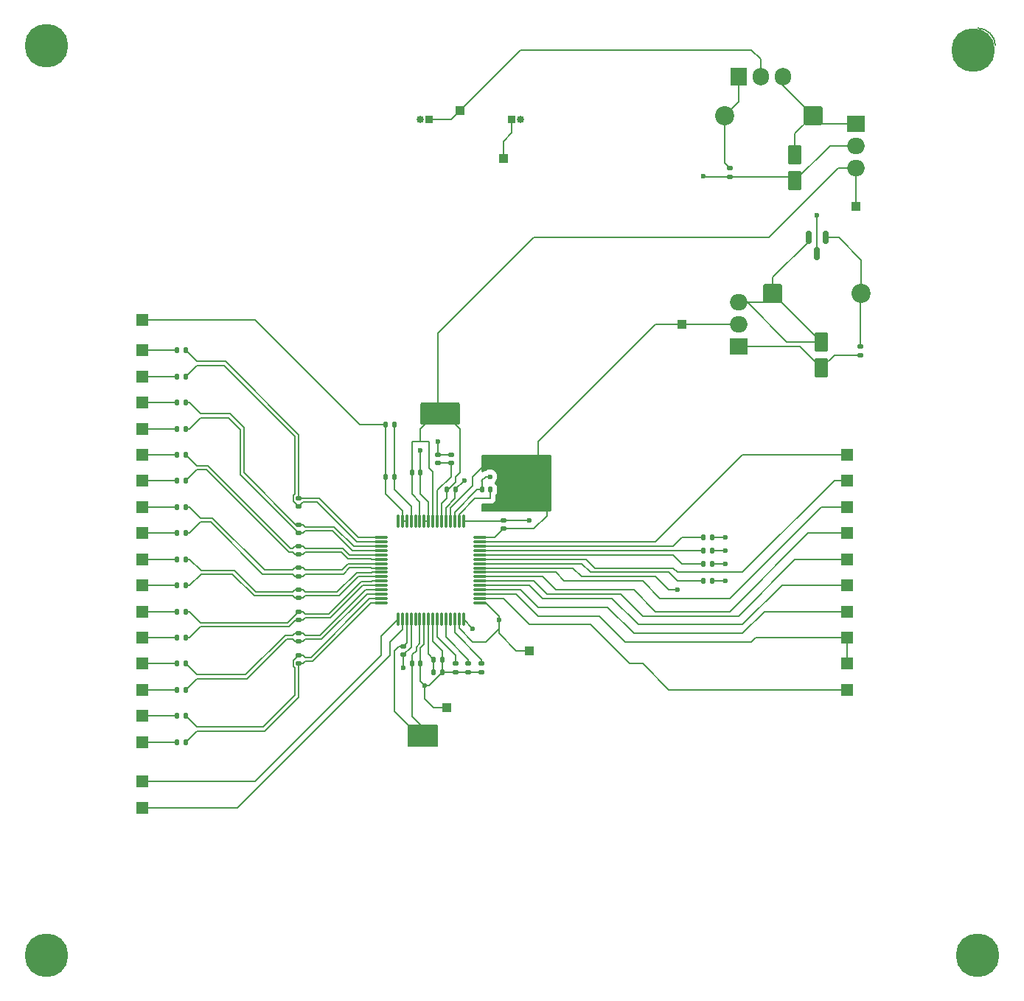
<source format=gbr>
%TF.GenerationSoftware,KiCad,Pcbnew,9.0.3*%
%TF.CreationDate,2025-11-05T19:32:31+02:00*%
%TF.ProjectId,PCB_Design,5043425f-4465-4736-9967-6e2e6b696361,rev?*%
%TF.SameCoordinates,Original*%
%TF.FileFunction,Copper,L1,Top*%
%TF.FilePolarity,Positive*%
%FSLAX46Y46*%
G04 Gerber Fmt 4.6, Leading zero omitted, Abs format (unit mm)*
G04 Created by KiCad (PCBNEW 9.0.3) date 2025-11-05 19:32:31*
%MOMM*%
%LPD*%
G01*
G04 APERTURE LIST*
G04 Aperture macros list*
%AMRoundRect*
0 Rectangle with rounded corners*
0 $1 Rounding radius*
0 $2 $3 $4 $5 $6 $7 $8 $9 X,Y pos of 4 corners*
0 Add a 4 corners polygon primitive as box body*
4,1,4,$2,$3,$4,$5,$6,$7,$8,$9,$2,$3,0*
0 Add four circle primitives for the rounded corners*
1,1,$1+$1,$2,$3*
1,1,$1+$1,$4,$5*
1,1,$1+$1,$6,$7*
1,1,$1+$1,$8,$9*
0 Add four rect primitives between the rounded corners*
20,1,$1+$1,$2,$3,$4,$5,0*
20,1,$1+$1,$4,$5,$6,$7,0*
20,1,$1+$1,$6,$7,$8,$9,0*
20,1,$1+$1,$8,$9,$2,$3,0*%
G04 Aperture macros list end*
%TA.AperFunction,NonConductor*%
%ADD10C,0.200000*%
%TD*%
%TA.AperFunction,ComponentPad*%
%ADD11R,1.350000X1.350000*%
%TD*%
%TA.AperFunction,SMDPad,CuDef*%
%ADD12R,1.000000X1.000000*%
%TD*%
%TA.AperFunction,SMDPad,CuDef*%
%ADD13RoundRect,0.135000X0.135000X0.185000X-0.135000X0.185000X-0.135000X-0.185000X0.135000X-0.185000X0*%
%TD*%
%TA.AperFunction,SMDPad,CuDef*%
%ADD14RoundRect,0.140000X-0.140000X-0.170000X0.140000X-0.170000X0.140000X0.170000X-0.140000X0.170000X0*%
%TD*%
%TA.AperFunction,SMDPad,CuDef*%
%ADD15RoundRect,0.135000X-0.135000X-0.185000X0.135000X-0.185000X0.135000X0.185000X-0.135000X0.185000X0*%
%TD*%
%TA.AperFunction,SMDPad,CuDef*%
%ADD16RoundRect,0.140000X0.170000X-0.140000X0.170000X0.140000X-0.170000X0.140000X-0.170000X-0.140000X0*%
%TD*%
%TA.AperFunction,SMDPad,CuDef*%
%ADD17RoundRect,0.140000X0.140000X0.170000X-0.140000X0.170000X-0.140000X-0.170000X0.140000X-0.170000X0*%
%TD*%
%TA.AperFunction,SMDPad,CuDef*%
%ADD18RoundRect,0.140000X-0.170000X0.140000X-0.170000X-0.140000X0.170000X-0.140000X0.170000X0.140000X0*%
%TD*%
%TA.AperFunction,SMDPad,CuDef*%
%ADD19RoundRect,0.150000X-0.150000X0.587500X-0.150000X-0.587500X0.150000X-0.587500X0.150000X0.587500X0*%
%TD*%
%TA.AperFunction,ComponentPad*%
%ADD20C,5.000000*%
%TD*%
%TA.AperFunction,SMDPad,CuDef*%
%ADD21RoundRect,0.135000X-0.185000X0.135000X-0.185000X-0.135000X0.185000X-0.135000X0.185000X0.135000X0*%
%TD*%
%TA.AperFunction,ComponentPad*%
%ADD22RoundRect,0.249999X-0.850001X-0.850001X0.850001X-0.850001X0.850001X0.850001X-0.850001X0.850001X0*%
%TD*%
%TA.AperFunction,ComponentPad*%
%ADD23C,2.200000*%
%TD*%
%TA.AperFunction,ComponentPad*%
%ADD24R,2.000000X1.905000*%
%TD*%
%TA.AperFunction,ComponentPad*%
%ADD25O,2.000000X1.905000*%
%TD*%
%TA.AperFunction,SMDPad,CuDef*%
%ADD26RoundRect,0.250000X0.550000X-0.850000X0.550000X0.850000X-0.550000X0.850000X-0.550000X-0.850000X0*%
%TD*%
%TA.AperFunction,ComponentPad*%
%ADD27RoundRect,0.249999X0.850001X0.850001X-0.850001X0.850001X-0.850001X-0.850001X0.850001X-0.850001X0*%
%TD*%
%TA.AperFunction,SMDPad,CuDef*%
%ADD28RoundRect,0.075000X-0.662500X-0.075000X0.662500X-0.075000X0.662500X0.075000X-0.662500X0.075000X0*%
%TD*%
%TA.AperFunction,SMDPad,CuDef*%
%ADD29RoundRect,0.075000X-0.075000X-0.662500X0.075000X-0.662500X0.075000X0.662500X-0.075000X0.662500X0*%
%TD*%
%TA.AperFunction,ComponentPad*%
%ADD30R,0.850000X0.850000*%
%TD*%
%TA.AperFunction,ComponentPad*%
%ADD31C,0.850000*%
%TD*%
%TA.AperFunction,ComponentPad*%
%ADD32R,1.905000X2.000000*%
%TD*%
%TA.AperFunction,ComponentPad*%
%ADD33O,1.905000X2.000000*%
%TD*%
%TA.AperFunction,ViaPad*%
%ADD34C,0.600000*%
%TD*%
%TA.AperFunction,Conductor*%
%ADD35C,0.200000*%
%TD*%
G04 APERTURE END LIST*
D10*
X177500000Y-79000000D02*
G75*
G02*
X179500000Y-81000000I0J-2000000D01*
G01*
X179500000Y-185500000D02*
G75*
G02*
X177500000Y-187500000I-2000000J0D01*
G01*
X68500000Y-81000000D02*
G75*
G02*
X70500000Y-79000000I2000000J0D01*
G01*
X70500000Y-187500000D02*
G75*
G02*
X68500000Y-185500000I0J2000000D01*
G01*
D11*
%TO.P,J5,1,Pin_1*%
%TO.N,Net-(J5-Pin_1)*%
X81500000Y-152000000D03*
%TD*%
%TO.P,J27,1,Pin_1*%
%TO.N,Net-(J27-Pin_1)*%
X81500000Y-131000000D03*
%TD*%
D12*
%TO.P,TP28,1,1*%
%TO.N,AVSS*%
X116500000Y-157000000D03*
%TD*%
D11*
%TO.P,J19,1,Pin_1*%
%TO.N,Net-(J19-Pin_1)*%
X81500000Y-149000000D03*
%TD*%
D13*
%TO.P,R5,1*%
%TO.N,BIAS_INV*%
X110510000Y-130500000D03*
%TO.P,R5,2*%
%TO.N,BIAS_OUT*%
X109490000Y-130500000D03*
%TD*%
D14*
%TO.P,C15,1*%
%TO.N,AVDD*%
X112520000Y-130000000D03*
%TO.P,C15,2*%
%TO.N,AVSS*%
X113480000Y-130000000D03*
%TD*%
D11*
%TO.P,J9,1,Pin_1*%
%TO.N,MOSI*%
X162500000Y-155000000D03*
%TD*%
%TO.P,J10,1,Pin_1*%
%TO.N,CSI*%
X162500000Y-137000000D03*
%TD*%
D15*
%TO.P,R14,1*%
%TO.N,Net-(J20-Pin_1)*%
X85500000Y-140000000D03*
%TO.P,R14,2*%
%TO.N,/IN-*%
X86520000Y-140000000D03*
%TD*%
D12*
%TO.P,TP2,1,1*%
%TO.N,DGND*%
X126000000Y-150500000D03*
%TD*%
D16*
%TO.P,C22,1*%
%TO.N,/IN+*%
X99500000Y-133960000D03*
%TO.P,C22,2*%
%TO.N,/IN-*%
X99500000Y-133000000D03*
%TD*%
D15*
%TO.P,R22,1*%
%TO.N,Net-(J29-Pin_1)*%
X85490000Y-125000000D03*
%TO.P,R22,2*%
%TO.N,/IN+*%
X86510000Y-125000000D03*
%TD*%
D11*
%TO.P,J31,1,Pin_1*%
%TO.N,Net-(J31-Pin_1)*%
X81500000Y-119000000D03*
%TD*%
D17*
%TO.P,C13,1*%
%TO.N,AVSS*%
X115980000Y-153000000D03*
%TO.P,C13,2*%
%TO.N,Net-(U1-VREFP)*%
X115020000Y-153000000D03*
%TD*%
D11*
%TO.P,J28,1,Pin_1*%
%TO.N,Net-(J28-Pin_1)*%
X81500000Y-122000000D03*
%TD*%
D16*
%TO.P,C10,1*%
%TO.N,AVSS*%
X117500000Y-152960000D03*
%TO.P,C10,2*%
%TO.N,Net-(U1-VCAP4)*%
X117500000Y-152000000D03*
%TD*%
D18*
%TO.P,C1,1*%
%TO.N,/IN-*%
X99500000Y-151000000D03*
%TO.P,C1,2*%
%TO.N,/IN+*%
X99500000Y-151960000D03*
%TD*%
D19*
%TO.P,Q2,1,G*%
%TO.N,Net-(D2-A)*%
X160000000Y-103040000D03*
%TO.P,Q2,2,S*%
%TO.N,Net-(D2-K)*%
X158100000Y-103040000D03*
%TO.P,Q2,3,D*%
%TO.N,+3.7V*%
X159050000Y-104915000D03*
%TD*%
D20*
%TO.P,REF\u002A\u002A,1*%
%TO.N,N/C*%
X177000000Y-81500000D03*
%TD*%
D11*
%TO.P,J26,1,Pin_1*%
%TO.N,Net-(J26-Pin_1)*%
X81500000Y-128000000D03*
%TD*%
D15*
%TO.P,R12,1*%
%TO.N,Net-(J18-Pin_1)*%
X85490000Y-146000000D03*
%TO.P,R12,2*%
%TO.N,/IN-*%
X86510000Y-146000000D03*
%TD*%
D11*
%TO.P,J8,1,Pin_1*%
%TO.N,SCLK*%
X162500000Y-134000000D03*
%TD*%
D17*
%TO.P,C5,1*%
%TO.N,AVSS*%
X113500000Y-152000000D03*
%TO.P,C5,2*%
%TO.N,/Regulator_5V*%
X112540000Y-152000000D03*
%TD*%
D11*
%TO.P,J15,1,Pin_1*%
%TO.N,DVDD*%
X162500000Y-152000000D03*
%TD*%
D12*
%TO.P,TP17,1,1*%
%TO.N,+7.5V*%
X118000000Y-88500000D03*
%TD*%
D15*
%TO.P,R3,1*%
%TO.N,Net-(U1-GPIO1)*%
X146000000Y-142500000D03*
%TO.P,R3,2*%
%TO.N,DGND*%
X147020000Y-142500000D03*
%TD*%
D16*
%TO.P,C4,1*%
%TO.N,/IN+*%
X99500000Y-146960000D03*
%TO.P,C4,2*%
%TO.N,/IN-*%
X99500000Y-146000000D03*
%TD*%
D21*
%TO.P,R7,1*%
%TO.N,Net-(D2-A)*%
X164000000Y-115520000D03*
%TO.P,R7,2*%
%TO.N,DGND*%
X164000000Y-116540000D03*
%TD*%
D20*
%TO.P,REF\u002A\u002A,1*%
%TO.N,N/C*%
X70500000Y-81000000D03*
%TD*%
D11*
%TO.P,J21,1,Pin_1*%
%TO.N,Net-(J21-Pin_1)*%
X81500000Y-143000000D03*
%TD*%
D15*
%TO.P,R1,1*%
%TO.N,Net-(U1-GPIO4)*%
X145970000Y-137500000D03*
%TO.P,R1,2*%
%TO.N,DGND*%
X146990000Y-137500000D03*
%TD*%
D11*
%TO.P,J22,1,Pin_1*%
%TO.N,Net-(J22-Pin_1)*%
X81500000Y-134000000D03*
%TD*%
D16*
%TO.P,C20,1*%
%TO.N,/IN+*%
X99500000Y-139440000D03*
%TO.P,C20,2*%
%TO.N,/IN-*%
X99500000Y-138480000D03*
%TD*%
%TO.P,C19,1*%
%TO.N,/IN+*%
X99500000Y-141940000D03*
%TO.P,C19,2*%
%TO.N,/IN-*%
X99500000Y-140980000D03*
%TD*%
D11*
%TO.P,J30,1,Pin_1*%
%TO.N,Net-(J30-Pin_1)*%
X81500000Y-116000000D03*
%TD*%
D17*
%TO.P,C16,1*%
%TO.N,/Regulator_3.3V*%
X121500000Y-132000000D03*
%TO.P,C16,2*%
%TO.N,DGND*%
X120540000Y-132000000D03*
%TD*%
D11*
%TO.P,J1,1,Pin_1*%
%TO.N,Net-(J1-Pin_1)*%
X81500000Y-161000000D03*
%TD*%
D22*
%TO.P,D2,1,K*%
%TO.N,Net-(D2-K)*%
X153970000Y-109477500D03*
D23*
%TO.P,D2,2,A*%
%TO.N,Net-(D2-A)*%
X164130000Y-109477500D03*
%TD*%
D21*
%TO.P,R6,1*%
%TO.N,Net-(D1-A)*%
X149000000Y-95040000D03*
%TO.P,R6,2*%
%TO.N,AVSS*%
X149000000Y-96060000D03*
%TD*%
D12*
%TO.P,TP1,1,1*%
%TO.N,+3.7V*%
X123000000Y-94000000D03*
%TD*%
D24*
%TO.P,U3,1,GND*%
%TO.N,DGND*%
X150000000Y-115580000D03*
D25*
%TO.P,U3,2,VO*%
%TO.N,DVDD*%
X150000000Y-113040000D03*
%TO.P,U3,3,VI*%
%TO.N,Net-(D2-K)*%
X150000000Y-110500000D03*
%TD*%
D15*
%TO.P,R13,1*%
%TO.N,Net-(J19-Pin_1)*%
X85490000Y-149000000D03*
%TO.P,R13,2*%
%TO.N,/IN+*%
X86510000Y-149000000D03*
%TD*%
%TO.P,R4,1*%
%TO.N,Net-(U1-GPIO3)*%
X145980000Y-139000000D03*
%TO.P,R4,2*%
%TO.N,DGND*%
X147000000Y-139000000D03*
%TD*%
D26*
%TO.P,C17,1*%
%TO.N,AVSS*%
X156500000Y-96540000D03*
%TO.P,C17,2*%
%TO.N,Net-(D1-K)*%
X156500000Y-93540000D03*
%TD*%
D16*
%TO.P,C7,1*%
%TO.N,AVSS*%
X119000000Y-152960000D03*
%TO.P,C7,2*%
%TO.N,Net-(U1-VCAP1)*%
X119000000Y-152000000D03*
%TD*%
D20*
%TO.P,REF\u002A\u002A,1*%
%TO.N,N/C*%
X177500000Y-185500000D03*
%TD*%
D12*
%TO.P,TP20,1,1*%
%TO.N,DVDD*%
X143500000Y-113000000D03*
%TD*%
D26*
%TO.P,C18,1*%
%TO.N,DGND*%
X159500000Y-118040000D03*
%TO.P,C18,2*%
%TO.N,Net-(D2-K)*%
X159500000Y-115040000D03*
%TD*%
D16*
%TO.P,C8,1*%
%TO.N,AVSS*%
X120500000Y-152960000D03*
%TO.P,C8,2*%
%TO.N,Net-(U1-VCAP2)*%
X120500000Y-152000000D03*
%TD*%
%TO.P,C21,1*%
%TO.N,/IN+*%
X99500000Y-136980000D03*
%TO.P,C21,2*%
%TO.N,/IN-*%
X99500000Y-136020000D03*
%TD*%
D11*
%TO.P,J17,1,Pin_1*%
%TO.N,Net-(J17-Pin_1)*%
X81500000Y-155000000D03*
%TD*%
D15*
%TO.P,R18,1*%
%TO.N,Net-(J28-Pin_1)*%
X85490000Y-122000000D03*
%TO.P,R18,2*%
%TO.N,/IN-*%
X86510000Y-122000000D03*
%TD*%
D18*
%TO.P,C4,1*%
%TO.N,DGND*%
X123000000Y-135520000D03*
%TO.P,C4,2*%
%TO.N,DVDD*%
X123000000Y-136480000D03*
%TD*%
D11*
%TO.P,J7,1,Pin_1*%
%TO.N,SRB1*%
X81500000Y-165500000D03*
%TD*%
D15*
%TO.P,R20,1*%
%TO.N,Net-(J25-Pin_1)*%
X85490000Y-137000000D03*
%TO.P,R20,2*%
%TO.N,/IN+*%
X86510000Y-137000000D03*
%TD*%
D11*
%TO.P,J12,1,Pin_1*%
%TO.N,CLK*%
X162500000Y-143000000D03*
%TD*%
D16*
%TO.P,C2,1*%
%TO.N,/IN+*%
X99500000Y-149460000D03*
%TO.P,C2,2*%
%TO.N,/IN-*%
X99500000Y-148500000D03*
%TD*%
D11*
%TO.P,J24,1,Pin_1*%
%TO.N,Net-(J24-Pin_1)*%
X81500000Y-158000000D03*
%TD*%
D15*
%TO.P,R17,1*%
%TO.N,Net-(J26-Pin_1)*%
X85480000Y-128000000D03*
%TO.P,R17,2*%
%TO.N,/IN-*%
X86500000Y-128000000D03*
%TD*%
D27*
%TO.P,D1,1,K*%
%TO.N,Net-(D1-K)*%
X158580000Y-89040000D03*
D23*
%TO.P,D1,2,A*%
%TO.N,Net-(D1-A)*%
X148420000Y-89040000D03*
%TD*%
D20*
%TO.P,REF\u002A\u002A,1*%
%TO.N,N/C*%
X70500000Y-185500000D03*
%TD*%
D11*
%TO.P,J16,1,Pin_1*%
%TO.N,RESET*%
X162500000Y-146000000D03*
%TD*%
D18*
%TO.P,C9,1*%
%TO.N,AVSS*%
X115500000Y-128000000D03*
%TO.P,C9,2*%
%TO.N,Net-(U1-VCAP3)*%
X115500000Y-128960000D03*
%TD*%
%TO.P,C3,1*%
%TO.N,/Regulator_5V*%
X111500000Y-150020000D03*
%TO.P,C3,2*%
%TO.N,AVSS*%
X111500000Y-150980000D03*
%TD*%
D11*
%TO.P,J13,1,Pin_1*%
%TO.N,DVDD*%
X162500000Y-149000000D03*
%TD*%
D15*
%TO.P,R16,1*%
%TO.N,Net-(J22-Pin_1)*%
X85490000Y-134000000D03*
%TO.P,R16,2*%
%TO.N,/IN-*%
X86510000Y-134000000D03*
%TD*%
D11*
%TO.P,J29,1,Pin_1*%
%TO.N,Net-(J29-Pin_1)*%
X81500000Y-125000000D03*
%TD*%
D12*
%TO.P,TP19,1,1*%
%TO.N,AVDD*%
X163500000Y-99500000D03*
%TD*%
D11*
%TO.P,J4,1,Pin_1*%
%TO.N,BIAS_OUT*%
X81500000Y-112500000D03*
%TD*%
D14*
%TO.P,C2,1*%
%TO.N,AVDD*%
X116540000Y-132000000D03*
%TO.P,C2,2*%
%TO.N,AVSS*%
X117500000Y-132000000D03*
%TD*%
D11*
%TO.P,J6,1,Pin_1*%
%TO.N,SRB2*%
X81500000Y-168550000D03*
%TD*%
%TO.P,J14,1,Pin_1*%
%TO.N,DRDY*%
X162500000Y-128000000D03*
%TD*%
D15*
%TO.P,R11,1*%
%TO.N,Net-(J17-Pin_1)*%
X85480000Y-155000000D03*
%TO.P,R11,2*%
%TO.N,/IN+*%
X86500000Y-155000000D03*
%TD*%
D28*
%TO.P,U1,1,IN8N*%
%TO.N,/IN-*%
X109000000Y-137500000D03*
%TO.P,U1,2,IN8P*%
%TO.N,/IN+*%
X109000000Y-138000000D03*
%TO.P,U1,3,IN7N*%
%TO.N,/IN-*%
X109000000Y-138500000D03*
%TO.P,U1,4,IN7P*%
%TO.N,/IN+*%
X109000000Y-139000000D03*
%TO.P,U1,5,IN6N*%
%TO.N,/IN-*%
X109000000Y-139500000D03*
%TO.P,U1,6,IN6P*%
%TO.N,/IN+*%
X109000000Y-140000000D03*
%TO.P,U1,7,IN5N*%
%TO.N,/IN-*%
X109000000Y-140500000D03*
%TO.P,U1,8,IN5P*%
%TO.N,/IN+*%
X109000000Y-141000000D03*
%TO.P,U1,9,IN4N*%
%TO.N,/IN-*%
X109000000Y-141500000D03*
%TO.P,U1,10,IN4P*%
%TO.N,/IN+*%
X109000000Y-142000000D03*
%TO.P,U1,11,IN3N*%
%TO.N,/IN-*%
X109000000Y-142500000D03*
%TO.P,U1,12,IN3P*%
%TO.N,/IN+*%
X109000000Y-143000000D03*
%TO.P,U1,13,IN2N*%
%TO.N,/IN-*%
X109000000Y-143500000D03*
%TO.P,U1,14,IN2P*%
%TO.N,/IN+*%
X109000000Y-144000000D03*
%TO.P,U1,15,IN1N*%
%TO.N,/IN-*%
X109000000Y-144500000D03*
%TO.P,U1,16,IN1P*%
%TO.N,/IN+*%
X109000000Y-145000000D03*
D29*
%TO.P,U1,17,SRB1*%
%TO.N,SRB1*%
X110912500Y-146912500D03*
%TO.P,U1,18,SRB2*%
%TO.N,SRB2*%
X111412500Y-146912500D03*
%TO.P,U1,19,AVDD*%
%TO.N,Net-(U1-AVDD-Pad19)*%
X111912500Y-146912500D03*
%TO.P,U1,20,AVSS*%
%TO.N,AVSS*%
X112412500Y-146912500D03*
%TO.P,U1,21,AVDD*%
%TO.N,Net-(U1-AVDD-Pad19)*%
X112912500Y-146912500D03*
%TO.P,U1,22,AVDD*%
X113412500Y-146912500D03*
%TO.P,U1,23,AVSS*%
%TO.N,AVSS*%
X113912500Y-146912500D03*
%TO.P,U1,24,VREFP*%
%TO.N,Net-(U1-VREFP)*%
X114412500Y-146912500D03*
%TO.P,U1,25,VREFN*%
%TO.N,AVSS*%
X114912500Y-146912500D03*
%TO.P,U1,26,VCAP4*%
%TO.N,Net-(U1-VCAP4)*%
X115412500Y-146912500D03*
%TO.P,U1,27,NC*%
%TO.N,unconnected-(U1-NC-Pad27)*%
X115912500Y-146912500D03*
%TO.P,U1,28,VCAP1*%
%TO.N,Net-(U1-VCAP1)*%
X116412500Y-146912500D03*
%TO.P,U1,29,NC*%
%TO.N,unconnected-(U1-NC-Pad29)*%
X116912500Y-146912500D03*
%TO.P,U1,30,VCAP2*%
%TO.N,Net-(U1-VCAP2)*%
X117412500Y-146912500D03*
%TO.P,U1,31,RESV1*%
%TO.N,DGND*%
X117912500Y-146912500D03*
%TO.P,U1,32,AVSS*%
%TO.N,AVSS*%
X118412500Y-146912500D03*
D28*
%TO.P,U1,33,DGND*%
%TO.N,DGND*%
X120325000Y-145000000D03*
%TO.P,U1,34,DIN*%
%TO.N,MOSI*%
X120325000Y-144500000D03*
%TO.P,U1,35,~{PWDN}*%
%TO.N,DVDD*%
X120325000Y-144000000D03*
%TO.P,U1,36,~{RESET}*%
%TO.N,RESET*%
X120325000Y-143500000D03*
%TO.P,U1,37,CLK*%
%TO.N,CLK*%
X120325000Y-143000000D03*
%TO.P,U1,38,START*%
%TO.N,START*%
X120325000Y-142500000D03*
%TO.P,U1,39,~{CS}*%
%TO.N,CSI*%
X120325000Y-142000000D03*
%TO.P,U1,40,SCLK*%
%TO.N,SCLK*%
X120325000Y-141500000D03*
%TO.P,U1,41,DAISY_IN*%
%TO.N,DGND*%
X120325000Y-141000000D03*
%TO.P,U1,42,GPIO1*%
%TO.N,Net-(U1-GPIO1)*%
X120325000Y-140500000D03*
%TO.P,U1,43,DOUT*%
%TO.N,MISO*%
X120325000Y-140000000D03*
%TO.P,U1,44,GPIO2*%
%TO.N,Net-(U1-GPIO2)*%
X120325000Y-139500000D03*
%TO.P,U1,45,GPIO3*%
%TO.N,Net-(U1-GPIO3)*%
X120325000Y-139000000D03*
%TO.P,U1,46,GPIO4*%
%TO.N,Net-(U1-GPIO4)*%
X120325000Y-138500000D03*
%TO.P,U1,47,~{DRDY}*%
%TO.N,DRDY*%
X120325000Y-138000000D03*
%TO.P,U1,48,DVDD*%
%TO.N,/Regulator_3.3V*%
X120325000Y-137500000D03*
D29*
%TO.P,U1,49,DGND*%
%TO.N,DGND*%
X118412500Y-135587500D03*
%TO.P,U1,50,DVDD*%
%TO.N,/Regulator_3.3V*%
X117912500Y-135587500D03*
%TO.P,U1,51,DGND*%
%TO.N,DGND*%
X117412500Y-135587500D03*
%TO.P,U1,52,CLKSEL*%
%TO.N,DVDD*%
X116912500Y-135587500D03*
%TO.P,U1,53,AVSS1*%
%TO.N,AVSS*%
X116412500Y-135587500D03*
%TO.P,U1,54,AVDD1*%
%TO.N,unconnected-(U1-AVDD1-Pad54)*%
X115912500Y-135587500D03*
%TO.P,U1,55,VCAP3*%
%TO.N,Net-(U1-VCAP3)*%
X115412500Y-135587500D03*
%TO.P,U1,56,AVDD*%
%TO.N,Net-(U1-AVDD-Pad19)*%
X114912500Y-135587500D03*
%TO.P,U1,57,AVSS*%
%TO.N,AVSS*%
X114412500Y-135587500D03*
%TO.P,U1,58,AVSS*%
X113912500Y-135587500D03*
%TO.P,U1,59,AVDD*%
%TO.N,Net-(U1-AVDD-Pad19)*%
X113412500Y-135587500D03*
%TO.P,U1,60,BIASREF*%
%TO.N,AGND*%
X112912500Y-135587500D03*
%TO.P,U1,61,BIASINV*%
%TO.N,BIAS_INV*%
X112412500Y-135587500D03*
%TO.P,U1,62,BIASIN*%
%TO.N,BIAS_OUT*%
X111912500Y-135587500D03*
%TO.P,U1,63,BIASOUT*%
X111412500Y-135587500D03*
%TO.P,U1,64,RESERVED*%
%TO.N,AGND*%
X110912500Y-135587500D03*
%TD*%
D11*
%TO.P,J23,1,Pin_1*%
%TO.N,START*%
X162500000Y-140000000D03*
%TD*%
D15*
%TO.P,R8,1*%
%TO.N,Net-(J1-Pin_1)*%
X85490000Y-161000000D03*
%TO.P,R8,2*%
%TO.N,/IN+*%
X86510000Y-161000000D03*
%TD*%
%TO.P,R10,1*%
%TO.N,Net-(J5-Pin_1)*%
X85500000Y-152000000D03*
%TO.P,R10,2*%
%TO.N,/IN-*%
X86520000Y-152000000D03*
%TD*%
D14*
%TO.P,C14,1*%
%TO.N,Net-(U1-VREFP)*%
X115020000Y-151500000D03*
%TO.P,C14,2*%
%TO.N,AVSS*%
X115980000Y-151500000D03*
%TD*%
D15*
%TO.P,R21,1*%
%TO.N,Net-(J27-Pin_1)*%
X85490000Y-131000000D03*
%TO.P,R21,2*%
%TO.N,/IN+*%
X86510000Y-131000000D03*
%TD*%
D30*
%TO.P,J3,1,Pin_1*%
%TO.N,+7.5V*%
X114500000Y-89500000D03*
D31*
%TO.P,J3,2,Pin_2*%
%TO.N,AVSS*%
X113500000Y-89500000D03*
%TD*%
D11*
%TO.P,J20,1,Pin_1*%
%TO.N,Net-(J20-Pin_1)*%
X81500000Y-140000000D03*
%TD*%
D16*
%TO.P,C11,1*%
%TO.N,Net-(U1-VCAP3)*%
X117000000Y-128960000D03*
%TO.P,C11,2*%
%TO.N,AVSS*%
X117000000Y-128000000D03*
%TD*%
D17*
%TO.P,C12,1*%
%TO.N,BIAS_INV*%
X110480000Y-124500000D03*
%TO.P,C12,2*%
%TO.N,BIAS_OUT*%
X109520000Y-124500000D03*
%TD*%
D30*
%TO.P,J2,1,Pin_1*%
%TO.N,+3.7V*%
X124000000Y-89500000D03*
D31*
%TO.P,J2,2,Pin_2*%
%TO.N,DGND*%
X125000000Y-89500000D03*
%TD*%
D16*
%TO.P,C15,1*%
%TO.N,/IN+*%
X99500000Y-144460000D03*
%TO.P,C15,2*%
%TO.N,/IN-*%
X99500000Y-143500000D03*
%TD*%
D11*
%TO.P,J25,1,Pin_1*%
%TO.N,Net-(J25-Pin_1)*%
X81500000Y-137000000D03*
%TD*%
D24*
%TO.P,U2,1,VI*%
%TO.N,Net-(D1-K)*%
X163500000Y-89960000D03*
D25*
%TO.P,U2,2,GND*%
%TO.N,AVSS*%
X163500000Y-92500000D03*
%TO.P,U2,3,VO*%
%TO.N,AVDD*%
X163500000Y-95040000D03*
%TD*%
D15*
%TO.P,R2,1*%
%TO.N,Net-(U1-GPIO2)*%
X145990000Y-140500000D03*
%TO.P,R2,2*%
%TO.N,DGND*%
X147010000Y-140500000D03*
%TD*%
D11*
%TO.P,J18,1,Pin_1*%
%TO.N,Net-(J18-Pin_1)*%
X81500000Y-146000000D03*
%TD*%
D32*
%TO.P,Q1,1,G*%
%TO.N,Net-(D1-A)*%
X150000000Y-84540000D03*
D33*
%TO.P,Q1,2,D*%
%TO.N,+7.5V*%
X152540000Y-84540000D03*
%TO.P,Q1,3,S*%
%TO.N,Net-(D1-K)*%
X155080000Y-84540000D03*
%TD*%
D15*
%TO.P,R15,1*%
%TO.N,Net-(J21-Pin_1)*%
X85500000Y-143000000D03*
%TO.P,R15,2*%
%TO.N,/IN+*%
X86520000Y-143000000D03*
%TD*%
%TO.P,R23,1*%
%TO.N,Net-(J31-Pin_1)*%
X85490000Y-119000000D03*
%TO.P,R23,2*%
%TO.N,/IN+*%
X86510000Y-119000000D03*
%TD*%
%TO.P,R19,1*%
%TO.N,Net-(J30-Pin_1)*%
X85480000Y-116000000D03*
%TO.P,R19,2*%
%TO.N,/IN-*%
X86500000Y-116000000D03*
%TD*%
D11*
%TO.P,J11,1,Pin_1*%
%TO.N,MISO*%
X162500000Y-131000000D03*
%TD*%
D15*
%TO.P,R9,1*%
%TO.N,Net-(J24-Pin_1)*%
X85510000Y-158000000D03*
%TO.P,R9,2*%
%TO.N,/IN-*%
X86530000Y-158000000D03*
%TD*%
D34*
%TO.N,AVDD*%
X117000000Y-122500000D03*
X115000000Y-161000000D03*
%TO.N,AVSS*%
X113500000Y-127500000D03*
X146000000Y-96000000D03*
X119500000Y-148000000D03*
X118500000Y-131000000D03*
X115500000Y-126500000D03*
X114000000Y-154500000D03*
X111500000Y-152500000D03*
%TO.N,DGND*%
X121500000Y-130500000D03*
X148500000Y-137500000D03*
X143000000Y-143500000D03*
X148500000Y-139000000D03*
X122500000Y-147000000D03*
X148500000Y-142500000D03*
X148500000Y-140500000D03*
X126000000Y-135500000D03*
%TO.N,+3.7V*%
X159000000Y-100500000D03*
%TD*%
D35*
%TO.N,DVDD*%
X116912500Y-134134600D02*
X118047100Y-133000000D01*
X126520000Y-136480000D02*
X128000000Y-135000000D01*
X150000000Y-113040000D02*
X140460000Y-113040000D01*
X118047100Y-133000000D02*
X119500000Y-131547100D01*
X137000000Y-149500000D02*
X151500000Y-149500000D01*
X121000000Y-129000000D02*
X126000000Y-129000000D01*
X120325000Y-144000000D02*
X124500000Y-144000000D01*
X134000000Y-146500000D02*
X137000000Y-149500000D01*
X119500000Y-131000000D02*
X119500000Y-130500000D01*
X140460000Y-113040000D02*
X132500000Y-121000000D01*
X127000000Y-146500000D02*
X134000000Y-146500000D01*
X124500000Y-144000000D02*
X127000000Y-146500000D01*
X151500000Y-149500000D02*
X152000000Y-149000000D01*
X162500000Y-149000000D02*
X162500000Y-152000000D01*
X123000000Y-136480000D02*
X126520000Y-136480000D01*
X120750000Y-129250000D02*
X121000000Y-129000000D01*
X132500000Y-121000000D02*
X127000000Y-126500000D01*
X152000000Y-149000000D02*
X162500000Y-149000000D01*
X127000000Y-126500000D02*
X127000000Y-129000000D01*
X116912500Y-135587500D02*
X116912500Y-134134600D01*
X119500000Y-130500000D02*
X120750000Y-129250000D01*
X121980000Y-137500000D02*
X123000000Y-136480000D01*
X128000000Y-135000000D02*
X128000000Y-132500000D01*
X120325000Y-137500000D02*
X121980000Y-137500000D01*
X119500000Y-131547100D02*
X119500000Y-131000000D01*
%TO.N,AVDD*%
X126500000Y-103000000D02*
X115500000Y-114000000D01*
X118000000Y-130000000D02*
X118000000Y-125000000D01*
X112540000Y-150960000D02*
X113000000Y-150500000D01*
X112520000Y-132480000D02*
X112520000Y-130000000D01*
X116520000Y-133000000D02*
X116520000Y-132130057D01*
X114912500Y-135587500D02*
X114912500Y-129912500D01*
X112540000Y-158040000D02*
X113750000Y-159250000D01*
X163500000Y-95040000D02*
X161460000Y-95040000D01*
X110500000Y-157500000D02*
X113000000Y-160000000D01*
X114500000Y-126500000D02*
X113500000Y-126500000D01*
X114912500Y-129912500D02*
X114500000Y-129500000D01*
X116520000Y-132130057D02*
X117500000Y-131150057D01*
X161460000Y-95040000D02*
X153500000Y-103000000D01*
X113000000Y-150087500D02*
X113412500Y-149675000D01*
X113412500Y-135587500D02*
X113412500Y-133412500D01*
X136000000Y-103000000D02*
X126500000Y-103000000D01*
X163500000Y-95040000D02*
X163500000Y-99500000D01*
X113500000Y-126500000D02*
X112500000Y-126500000D01*
X112540000Y-150960000D02*
X112540000Y-152000000D01*
X114500000Y-129500000D02*
X114500000Y-126500000D01*
X117500000Y-131150057D02*
X117500000Y-130500000D01*
X112540000Y-152000000D02*
X112540000Y-158040000D01*
X113000000Y-150500000D02*
X113000000Y-150087500D01*
X113500000Y-126500000D02*
X113500000Y-125000000D01*
X112500000Y-132500000D02*
X112520000Y-132480000D01*
X115500000Y-114000000D02*
X115500000Y-123000000D01*
X116520000Y-133000000D02*
X115912500Y-133607500D01*
X112520000Y-126520000D02*
X112520000Y-130000000D01*
X112500000Y-126500000D02*
X112520000Y-126520000D01*
X117500000Y-130500000D02*
X118000000Y-130000000D01*
X115912500Y-133607500D02*
X115912500Y-135587500D01*
X153500000Y-103000000D02*
X136000000Y-103000000D01*
X113412500Y-149675000D02*
X113412500Y-146912500D01*
X113412500Y-133412500D02*
X112500000Y-132500000D01*
X118000000Y-125000000D02*
X117000000Y-124000000D01*
X113500000Y-125000000D02*
X114500000Y-124000000D01*
%TO.N,/Regulator_5V*%
X111500000Y-150020000D02*
X110980000Y-150020000D01*
X111912500Y-149607500D02*
X111912500Y-146912500D01*
X110500000Y-150500000D02*
X110500000Y-154000000D01*
X111500000Y-150020000D02*
X111912500Y-149607500D01*
X110980000Y-150020000D02*
X110500000Y-150500000D01*
X110500000Y-154000000D02*
X110500000Y-157500000D01*
%TO.N,AVSS*%
X115980000Y-151500000D02*
X115980000Y-150480000D01*
X115980000Y-153000000D02*
X117460000Y-153000000D01*
X113500000Y-150154600D02*
X113912500Y-149742100D01*
X114412500Y-133412500D02*
X113500000Y-132500000D01*
X115980000Y-150480000D02*
X114912500Y-149412500D01*
X116412500Y-134067500D02*
X116412500Y-135587500D01*
X114000000Y-156000000D02*
X115000000Y-157000000D01*
X113912500Y-149742100D02*
X113912500Y-146912500D01*
X117500000Y-152960000D02*
X119000000Y-152960000D01*
X115980000Y-153000000D02*
X114480000Y-154500000D01*
X113500000Y-154000000D02*
X114000000Y-154500000D01*
X114912500Y-149412500D02*
X114912500Y-146912500D01*
X115500000Y-128000000D02*
X115500000Y-126500000D01*
X113500000Y-152000000D02*
X113500000Y-150154600D01*
X111500000Y-150980000D02*
X111500000Y-152500000D01*
X117480000Y-133000000D02*
X116412500Y-134067500D01*
X149010000Y-96050000D02*
X149000000Y-96060000D01*
X118412500Y-146912500D02*
X119500000Y-148000000D01*
X115000000Y-157000000D02*
X116500000Y-157000000D01*
X114000000Y-154500000D02*
X114000000Y-156000000D01*
X163500000Y-92500000D02*
X160540000Y-92500000D01*
X112461500Y-146961500D02*
X112412500Y-146912500D01*
X149000000Y-96060000D02*
X156020000Y-96060000D01*
X113500000Y-152000000D02*
X113500000Y-154000000D01*
X113480000Y-131480000D02*
X113480000Y-130000000D01*
X113912500Y-135587500D02*
X114412500Y-135587500D01*
X113480000Y-130000000D02*
X113480000Y-127520000D01*
X118500000Y-131000000D02*
X117480000Y-132020000D01*
X160540000Y-92500000D02*
X156500000Y-96540000D01*
X149000000Y-96060000D02*
X146060000Y-96060000D01*
X111500000Y-150980000D02*
X112412500Y-150067500D01*
X112412500Y-150067500D02*
X112412500Y-146912500D01*
X114480000Y-154500000D02*
X114000000Y-154500000D01*
X113500000Y-132500000D02*
X113500000Y-131500000D01*
X156490000Y-96550000D02*
X156500000Y-96540000D01*
X146060000Y-96060000D02*
X146000000Y-96000000D01*
X117480000Y-132020000D02*
X117480000Y-133000000D01*
X113480000Y-127520000D02*
X113500000Y-127500000D01*
X156020000Y-96060000D02*
X156500000Y-96540000D01*
X119000000Y-152960000D02*
X120500000Y-152960000D01*
X115980000Y-151500000D02*
X115980000Y-153000000D01*
X113500000Y-131500000D02*
X113480000Y-131480000D01*
X114412500Y-135587500D02*
X114412500Y-133412500D01*
X117000000Y-128000000D02*
X115500000Y-128000000D01*
X117460000Y-153000000D02*
X117500000Y-152960000D01*
%TO.N,Net-(U1-VCAP1)*%
X119000000Y-152000000D02*
X119000000Y-151500000D01*
X116412500Y-148912500D02*
X116412500Y-146912500D01*
X119000000Y-151500000D02*
X116412500Y-148912500D01*
%TO.N,Net-(U1-VCAP2)*%
X120500000Y-151500000D02*
X117412500Y-148412500D01*
X117412500Y-148412500D02*
X117412500Y-146912500D01*
X120500000Y-152000000D02*
X120500000Y-151500000D01*
%TO.N,Net-(U1-VCAP3)*%
X115500000Y-128960000D02*
X117000000Y-128960000D01*
X115500000Y-128960000D02*
X115412500Y-129047500D01*
X115412500Y-132087500D02*
X117000000Y-130500000D01*
X117000000Y-130500000D02*
X117000000Y-128960000D01*
X115412500Y-135587500D02*
X115412500Y-132087500D01*
%TO.N,Net-(U1-VCAP4)*%
X115412500Y-148912500D02*
X115412500Y-146912500D01*
X117500000Y-152000000D02*
X117500000Y-151000000D01*
X117500000Y-151000000D02*
X115412500Y-148912500D01*
X115460000Y-146960000D02*
X115412500Y-146912500D01*
%TO.N,BIAS_OUT*%
X109520000Y-130470000D02*
X109490000Y-130500000D01*
X109520000Y-124500000D02*
X106500000Y-124500000D01*
X109500000Y-132500000D02*
X109490000Y-132490000D01*
X106500000Y-124500000D02*
X94500000Y-112500000D01*
X111412500Y-134412500D02*
X109500000Y-132500000D01*
X109500000Y-132500000D02*
X109520000Y-132480000D01*
X109520000Y-124500000D02*
X109520000Y-128000000D01*
X109490000Y-132490000D02*
X109490000Y-130500000D01*
X111912500Y-135587500D02*
X111412500Y-135587500D01*
X94500000Y-112500000D02*
X81500000Y-112500000D01*
X109520000Y-128000000D02*
X109520000Y-130470000D01*
X111412500Y-135587500D02*
X111412500Y-134412500D01*
%TO.N,Net-(U1-VREFP)*%
X115020000Y-151500000D02*
X114412500Y-150892500D01*
X115020000Y-153000000D02*
X115020000Y-151500000D01*
X114412500Y-150892500D02*
X114412500Y-146912500D01*
%TO.N,Net-(U1-GPIO4)*%
X120325000Y-138500000D02*
X142500000Y-138500000D01*
X142500000Y-138500000D02*
X143500000Y-137500000D01*
X143500000Y-137500000D02*
X145970000Y-137500000D01*
%TO.N,Net-(U1-GPIO2)*%
X145990000Y-140500000D02*
X143500000Y-140500000D01*
X143500000Y-140500000D02*
X142500000Y-139500000D01*
X142500000Y-139500000D02*
X120325000Y-139500000D01*
%TO.N,Net-(U1-GPIO1)*%
X142000000Y-141500000D02*
X133000000Y-141500000D01*
X143000000Y-142500000D02*
X142000000Y-141500000D01*
X133000000Y-141500000D02*
X132000000Y-140500000D01*
X146000000Y-142500000D02*
X143500000Y-142500000D01*
X132000000Y-140500000D02*
X120325000Y-140500000D01*
X143500000Y-142500000D02*
X143000000Y-142500000D01*
%TO.N,Net-(U1-GPIO3)*%
X145980000Y-139000000D02*
X120325000Y-139000000D01*
%TO.N,MISO*%
X162500000Y-131000000D02*
X161000000Y-131000000D01*
X150500000Y-141500000D02*
X143000000Y-141500000D01*
X133500000Y-141000000D02*
X132500000Y-140000000D01*
X161000000Y-131000000D02*
X150500000Y-141500000D01*
X143000000Y-141500000D02*
X142500000Y-141000000D01*
X132500000Y-140000000D02*
X120325000Y-140000000D01*
X142500000Y-141000000D02*
X133500000Y-141000000D01*
%TO.N,DRDY*%
X140500000Y-138000000D02*
X150500000Y-128000000D01*
X162500000Y-128000000D02*
X150500000Y-128000000D01*
X120325000Y-138000000D02*
X140500000Y-138000000D01*
%TO.N,DGND*%
X117412500Y-134587500D02*
X120000000Y-132000000D01*
X121000000Y-149500000D02*
X122500000Y-148000000D01*
X122500000Y-147000000D02*
X122500000Y-148500000D01*
X121000000Y-145000000D02*
X120325000Y-145000000D01*
X122932500Y-135587500D02*
X123000000Y-135520000D01*
X148500000Y-142500000D02*
X147020000Y-142500000D01*
X140500000Y-142000000D02*
X142000000Y-143500000D01*
X121500000Y-130500000D02*
X121000000Y-130500000D01*
X124500000Y-150500000D02*
X126000000Y-150500000D01*
X164000000Y-116540000D02*
X161000000Y-116540000D01*
X121000000Y-130500000D02*
X120500000Y-131000000D01*
X148500000Y-137500000D02*
X146990000Y-137500000D01*
X122500000Y-148500000D02*
X124500000Y-150500000D01*
X117912500Y-146912500D02*
X117912500Y-147912500D01*
X161000000Y-116540000D02*
X159500000Y-118040000D01*
X126000000Y-135500000D02*
X125980000Y-135520000D01*
X157040000Y-115580000D02*
X159500000Y-118040000D01*
X142000000Y-143500000D02*
X143000000Y-143500000D01*
X125980000Y-135520000D02*
X123000000Y-135520000D01*
X131000000Y-141000000D02*
X132000000Y-142000000D01*
X119500000Y-149500000D02*
X121000000Y-149500000D01*
X118412500Y-135587500D02*
X122932500Y-135587500D01*
X148500000Y-139000000D02*
X147000000Y-139000000D01*
X122500000Y-146500000D02*
X121000000Y-145000000D01*
X120325000Y-141000000D02*
X131000000Y-141000000D01*
X118460000Y-135540000D02*
X118412500Y-135587500D01*
X148500000Y-140500000D02*
X147010000Y-140500000D01*
X132000000Y-142000000D02*
X140500000Y-142000000D01*
X120540000Y-131040000D02*
X120540000Y-132000000D01*
X120000000Y-132000000D02*
X120540000Y-132000000D01*
X120500000Y-131000000D02*
X120540000Y-131040000D01*
X150040000Y-115620000D02*
X150000000Y-115580000D01*
X150000000Y-115580000D02*
X157040000Y-115580000D01*
X122500000Y-148000000D02*
X122500000Y-146500000D01*
X117912500Y-147912500D02*
X119500000Y-149500000D01*
X117412500Y-135587500D02*
X117412500Y-134587500D01*
%TO.N,START*%
X150000000Y-146500000D02*
X156500000Y-140000000D01*
X120325000Y-142500000D02*
X126500000Y-142500000D01*
X156500000Y-140000000D02*
X162500000Y-140000000D01*
X126500000Y-142500000D02*
X128000000Y-144000000D01*
X128000000Y-144000000D02*
X136500000Y-144000000D01*
X139000000Y-146500000D02*
X150000000Y-146500000D01*
X136500000Y-144000000D02*
X139000000Y-146500000D01*
%TO.N,CSI*%
X127500000Y-142000000D02*
X120325000Y-142000000D01*
X138000000Y-143500000D02*
X129000000Y-143500000D01*
X158000000Y-137000000D02*
X149000000Y-146000000D01*
X129000000Y-143500000D02*
X127500000Y-142000000D01*
X149000000Y-146000000D02*
X140500000Y-146000000D01*
X162500000Y-137000000D02*
X158000000Y-137000000D01*
X140500000Y-146000000D02*
X138000000Y-143500000D01*
%TO.N,RESET*%
X150500000Y-148500000D02*
X153000000Y-146000000D01*
X138000000Y-148500000D02*
X135000000Y-145500000D01*
X125000000Y-143500000D02*
X120325000Y-143500000D01*
X153000000Y-146000000D02*
X162500000Y-146000000D01*
X135000000Y-145500000D02*
X127000000Y-145500000D01*
X127000000Y-145500000D02*
X125000000Y-143500000D01*
X150500000Y-148500000D02*
X138000000Y-148500000D01*
%TO.N,SRB2*%
X92450000Y-168550000D02*
X110000000Y-151000000D01*
X111412500Y-148087500D02*
X111412500Y-146912500D01*
X110000000Y-151000000D02*
X110000000Y-149500000D01*
X110000000Y-149500000D02*
X111412500Y-148087500D01*
X81500000Y-168550000D02*
X92450000Y-168550000D01*
%TO.N,MOSI*%
X133000000Y-147500000D02*
X126000000Y-147500000D01*
X123000000Y-144500000D02*
X120325000Y-144500000D01*
X139000000Y-152000000D02*
X142000000Y-155000000D01*
X137500000Y-152000000D02*
X133000000Y-147500000D01*
X142000000Y-155000000D02*
X162500000Y-155000000D01*
X137500000Y-152000000D02*
X139000000Y-152000000D01*
X126000000Y-147500000D02*
X123000000Y-144500000D01*
%TO.N,SCLK*%
X149000000Y-144500000D02*
X141000000Y-144500000D01*
X162500000Y-134000000D02*
X159500000Y-134000000D01*
X139000000Y-142500000D02*
X130000000Y-142500000D01*
X141000000Y-144500000D02*
X139000000Y-142500000D01*
X129000000Y-141500000D02*
X120325000Y-141500000D01*
X130000000Y-142500000D02*
X129000000Y-141500000D01*
X159500000Y-134000000D02*
X149000000Y-144500000D01*
%TO.N,CLK*%
X138500000Y-147500000D02*
X150500000Y-147500000D01*
X127500000Y-144500000D02*
X135500000Y-144500000D01*
X150500000Y-147500000D02*
X155000000Y-143000000D01*
X155000000Y-143000000D02*
X162500000Y-143000000D01*
X135500000Y-144500000D02*
X138500000Y-147500000D01*
X126000000Y-143000000D02*
X127500000Y-144500000D01*
X120325000Y-143000000D02*
X126000000Y-143000000D01*
%TO.N,SRB1*%
X81500000Y-165500000D02*
X94500000Y-165500000D01*
X109000000Y-151000000D02*
X109000000Y-148825000D01*
X94500000Y-165500000D02*
X109000000Y-151000000D01*
X109000000Y-148825000D02*
X110912500Y-146912500D01*
%TO.N,+7.5V*%
X114500000Y-89500000D02*
X117000000Y-89500000D01*
X125000000Y-81500000D02*
X151500000Y-81500000D01*
X117000000Y-89500000D02*
X125000000Y-81500000D01*
X151500000Y-81500000D02*
X152540000Y-82540000D01*
X152500000Y-84500000D02*
X152540000Y-84540000D01*
X152540000Y-82540000D02*
X152540000Y-84540000D01*
%TO.N,+3.7V*%
X159000000Y-100500000D02*
X159000000Y-101450000D01*
X159000000Y-101450000D02*
X159050000Y-101500000D01*
X124000000Y-91000000D02*
X124000000Y-89500000D01*
X123000000Y-94000000D02*
X123000000Y-92000000D01*
X123000000Y-92000000D02*
X124000000Y-91000000D01*
X159050000Y-101500000D02*
X159050000Y-104915000D01*
%TO.N,Net-(D1-K)*%
X159500000Y-89960000D02*
X158580000Y-89040000D01*
X155080000Y-84540000D02*
X155080000Y-85540000D01*
X155080000Y-85540000D02*
X158580000Y-89040000D01*
X156160000Y-93200000D02*
X156500000Y-93540000D01*
X163500000Y-89960000D02*
X159500000Y-89960000D01*
X156500000Y-93540000D02*
X156500000Y-91120000D01*
X156500000Y-91120000D02*
X158580000Y-89040000D01*
X158580000Y-89040000D02*
X159080000Y-89040000D01*
%TO.N,Net-(D2-K)*%
X159500000Y-115007500D02*
X153970000Y-109477500D01*
X159500000Y-115040000D02*
X159500000Y-115007500D01*
X153970000Y-107620000D02*
X153970000Y-109477500D01*
X150000000Y-110500000D02*
X152947500Y-110500000D01*
X158100000Y-103040000D02*
X158100000Y-103490000D01*
X152947500Y-110500000D02*
X153970000Y-109477500D01*
X151010000Y-110500000D02*
X155550000Y-115040000D01*
X150000000Y-110500000D02*
X151010000Y-110500000D01*
X155550000Y-115040000D02*
X159500000Y-115040000D01*
X158100000Y-103490000D02*
X153970000Y-107620000D01*
%TO.N,Net-(D1-A)*%
X148420000Y-94460000D02*
X149000000Y-95040000D01*
X148420000Y-89040000D02*
X148420000Y-94460000D01*
X150000000Y-84540000D02*
X150000000Y-87460000D01*
X150000000Y-87460000D02*
X148420000Y-89040000D01*
%TO.N,Net-(D2-A)*%
X164130000Y-105620000D02*
X164130000Y-109477500D01*
X161550000Y-103040000D02*
X164130000Y-105620000D01*
X164000000Y-109607500D02*
X164130000Y-109477500D01*
X160000000Y-103040000D02*
X161550000Y-103040000D01*
X164000000Y-115520000D02*
X164000000Y-109607500D01*
%TO.N,Net-(J1-Pin_1)*%
X85490000Y-161000000D02*
X81500000Y-161000000D01*
%TO.N,Net-(J24-Pin_1)*%
X85510000Y-158000000D02*
X81500000Y-158000000D01*
%TO.N,BIAS_INV*%
X110510000Y-131950000D02*
X110510000Y-130500000D01*
X110510000Y-130500000D02*
X110510000Y-130010000D01*
X110480000Y-129980000D02*
X110480000Y-124500000D01*
X110510000Y-130010000D02*
X110480000Y-129980000D01*
X110480000Y-131980000D02*
X110510000Y-131950000D01*
X112412500Y-133912500D02*
X110480000Y-131980000D01*
X112412500Y-135587500D02*
X112412500Y-133912500D01*
%TO.N,Net-(J25-Pin_1)*%
X85490000Y-137000000D02*
X81500000Y-137000000D01*
%TO.N,Net-(J5-Pin_1)*%
X85500000Y-152000000D02*
X81500000Y-152000000D01*
%TO.N,Net-(J17-Pin_1)*%
X85480000Y-155000000D02*
X81500000Y-155000000D01*
%TO.N,Net-(J26-Pin_1)*%
X82000000Y-128500000D02*
X81500000Y-128000000D01*
X85480000Y-128000000D02*
X81500000Y-128000000D01*
%TO.N,Net-(J27-Pin_1)*%
X85490000Y-131000000D02*
X81500000Y-131000000D01*
X82000000Y-130500000D02*
X81500000Y-131000000D01*
%TO.N,Net-(J18-Pin_1)*%
X85490000Y-146000000D02*
X81500000Y-146000000D01*
%TO.N,Net-(J19-Pin_1)*%
X85490000Y-149000000D02*
X81500000Y-149000000D01*
%TO.N,Net-(J28-Pin_1)*%
X85490000Y-122000000D02*
X81500000Y-122000000D01*
%TO.N,Net-(J20-Pin_1)*%
X85500000Y-140000000D02*
X81500000Y-140000000D01*
%TO.N,Net-(J29-Pin_1)*%
X82000000Y-124500000D02*
X81500000Y-125000000D01*
X85490000Y-125000000D02*
X81500000Y-125000000D01*
%TO.N,Net-(J30-Pin_1)*%
X85480000Y-116000000D02*
X81500000Y-116000000D01*
%TO.N,Net-(J21-Pin_1)*%
X85500000Y-143000000D02*
X81500000Y-143000000D01*
%TO.N,Net-(J31-Pin_1)*%
X85490000Y-119000000D02*
X81500000Y-119000000D01*
%TO.N,Net-(J22-Pin_1)*%
X85490000Y-134000000D02*
X81500000Y-134000000D01*
X82000000Y-134500000D02*
X81500000Y-134000000D01*
%TO.N,/Regulator_3.3V*%
X117912500Y-134816176D02*
X119728676Y-133000000D01*
X119728676Y-133000000D02*
X121500000Y-133000000D01*
X121500000Y-133000000D02*
X121500000Y-132000000D01*
X117912500Y-135587500D02*
X117912500Y-134816176D01*
%TO.N,/IN-*%
X100220001Y-136275000D02*
X99965001Y-136020000D01*
X104446802Y-141235000D02*
X100220001Y-141235000D01*
X93225000Y-130068603D02*
X93225000Y-124906802D01*
X87779999Y-117279999D02*
X86500000Y-116000000D01*
X98779999Y-141235000D02*
X95553198Y-141235000D01*
X99034999Y-148500000D02*
X98779999Y-148755000D01*
X99965001Y-143500000D02*
X99500000Y-143500000D01*
X98889000Y-151633450D02*
X98889000Y-152286550D01*
X109000000Y-143500000D02*
X107893749Y-143500000D01*
X99050000Y-151450000D02*
X99050000Y-151472450D01*
X105843198Y-138525000D02*
X103593198Y-136275000D01*
X94573198Y-143755000D02*
X92093198Y-141275000D01*
X88265001Y-135275000D02*
X86990001Y-134000000D01*
X100220001Y-151255000D02*
X99965001Y-151000000D01*
X101818198Y-133000000D02*
X99500000Y-133000000D01*
X102926802Y-146255000D02*
X100220001Y-146255000D01*
X86990001Y-146000000D02*
X86510000Y-146000000D01*
X106656802Y-142525000D02*
X102926802Y-146255000D01*
X99965001Y-138480000D02*
X99500000Y-138480000D01*
X99034999Y-143500000D02*
X98779999Y-143755000D01*
X95416803Y-159264999D02*
X87794999Y-159264999D01*
X106343198Y-137525000D02*
X101818198Y-133000000D01*
X88265001Y-123275000D02*
X86990001Y-122000000D01*
X99500000Y-140980000D02*
X99034999Y-140980000D01*
X105343198Y-139525000D02*
X104553198Y-138735000D01*
X105156802Y-140525000D02*
X104446802Y-141235000D01*
X107893749Y-137500000D02*
X107868749Y-137525000D01*
X99500000Y-136020000D02*
X99176397Y-136020000D01*
X107656802Y-144525000D02*
X100926802Y-151255000D01*
X99965001Y-146000000D02*
X99500000Y-146000000D01*
X100220001Y-143755000D02*
X99965001Y-143500000D01*
X99460000Y-143460000D02*
X99500000Y-143420000D01*
X100220001Y-146255000D02*
X99965001Y-146000000D01*
X100220001Y-141235000D02*
X99965001Y-140980000D01*
X87794999Y-159264999D02*
X86530000Y-158000000D01*
X98225000Y-147275000D02*
X88265001Y-147275000D01*
X100926802Y-151255000D02*
X100220001Y-151255000D01*
X99176397Y-136020000D02*
X93225000Y-130068603D01*
X98779999Y-148755000D02*
X97926802Y-148755000D01*
X107868749Y-142525000D02*
X106656802Y-142525000D01*
X99050000Y-152447550D02*
X99050000Y-155631802D01*
X87784999Y-153264999D02*
X86520000Y-152000000D01*
X98779999Y-138735000D02*
X98553198Y-138735000D01*
X99500000Y-146000000D02*
X98225000Y-147275000D01*
X86990001Y-134000000D02*
X86510000Y-134000000D01*
X99050000Y-151472450D02*
X98889000Y-151633450D01*
X93225000Y-124906802D02*
X91593198Y-123275000D01*
X107868749Y-137525000D02*
X106343198Y-137525000D01*
X86990001Y-122000000D02*
X86510000Y-122000000D01*
X89593198Y-135275000D02*
X88265001Y-135275000D01*
X93416803Y-153264999D02*
X87784999Y-153264999D01*
X107893749Y-141500000D02*
X107868749Y-141525000D01*
X97926802Y-148755000D02*
X93416803Y-153264999D01*
X107868749Y-138525000D02*
X105843198Y-138525000D01*
X107156802Y-143525000D02*
X101926802Y-148755000D01*
X107893749Y-142500000D02*
X107868749Y-142525000D01*
X109000000Y-142500000D02*
X107893749Y-142500000D01*
X99500000Y-138480000D02*
X99034999Y-138480000D01*
X107868749Y-139525000D02*
X105343198Y-139525000D01*
X109000000Y-139500000D02*
X107893749Y-139500000D01*
X109000000Y-144500000D02*
X107893749Y-144500000D01*
X99500000Y-125681802D02*
X91098197Y-117279999D01*
X91098197Y-117279999D02*
X87779999Y-117279999D01*
X100220001Y-138735000D02*
X99965001Y-138480000D01*
X103926802Y-143755000D02*
X100220001Y-143755000D01*
X99500000Y-148500000D02*
X99034999Y-148500000D01*
X107893749Y-140500000D02*
X107868749Y-140525000D01*
X99965001Y-148500000D02*
X99500000Y-148500000D01*
X100220001Y-148755000D02*
X99965001Y-148500000D01*
X99965001Y-151000000D02*
X99500000Y-151000000D01*
X88265001Y-147275000D02*
X86990001Y-146000000D01*
X107893749Y-138500000D02*
X107868749Y-138525000D01*
X101926802Y-148755000D02*
X100220001Y-148755000D01*
X98553198Y-138735000D02*
X89098197Y-129279999D01*
X109000000Y-138500000D02*
X107893749Y-138500000D01*
X107868749Y-141525000D02*
X106156802Y-141525000D01*
X109000000Y-137500000D02*
X107893749Y-137500000D01*
X87000001Y-140000000D02*
X86520000Y-140000000D01*
X91593198Y-123275000D02*
X88265001Y-123275000D01*
X95553198Y-141235000D02*
X89593198Y-135275000D01*
X99034999Y-140980000D02*
X98779999Y-141235000D01*
X98889000Y-152286550D02*
X99050000Y-152447550D01*
X103593198Y-136275000D02*
X100220001Y-136275000D01*
X99034999Y-138480000D02*
X98779999Y-138735000D01*
X99500000Y-143500000D02*
X99034999Y-143500000D01*
X99965001Y-140980000D02*
X99500000Y-140980000D01*
X107868749Y-143525000D02*
X107156802Y-143525000D01*
X99965001Y-136020000D02*
X99500000Y-136020000D01*
X107868749Y-140525000D02*
X105156802Y-140525000D01*
X88275001Y-141275000D02*
X87000001Y-140000000D01*
X106156802Y-141525000D02*
X103926802Y-143755000D01*
X99050000Y-155631802D02*
X95416803Y-159264999D01*
X107868749Y-144525000D02*
X107656802Y-144525000D01*
X99500000Y-133000000D02*
X99500000Y-125681802D01*
X99500000Y-151000000D02*
X99050000Y-151450000D01*
X87779999Y-129279999D02*
X86500000Y-128000000D01*
X109000000Y-141500000D02*
X107893749Y-141500000D01*
X98779999Y-143755000D02*
X94573198Y-143755000D01*
X107893749Y-143500000D02*
X107868749Y-143525000D01*
X104553198Y-138735000D02*
X100220001Y-138735000D01*
X109000000Y-140500000D02*
X107893749Y-140500000D01*
X107893749Y-144500000D02*
X107868749Y-144525000D01*
X89098197Y-129279999D02*
X87779999Y-129279999D01*
X107893749Y-139500000D02*
X107868749Y-139525000D01*
X92093198Y-141275000D02*
X88275001Y-141275000D01*
%TO.N,/IN+*%
X105656802Y-138975000D02*
X103406802Y-136725000D01*
X91906802Y-141725000D02*
X88275001Y-141725000D01*
X99034999Y-139440000D02*
X98779999Y-139185000D01*
X94386802Y-144205000D02*
X91906802Y-141725000D01*
X88911803Y-129730001D02*
X87779999Y-129730001D01*
X99176397Y-146960000D02*
X98411397Y-147725000D01*
X109000000Y-144000000D02*
X107893749Y-144000000D01*
X107843198Y-144975000D02*
X101113198Y-151705000D01*
X98779999Y-144205000D02*
X94386802Y-144205000D01*
X109000000Y-138000000D02*
X107893749Y-138000000D01*
X87784999Y-153715001D02*
X86500000Y-155000000D01*
X99500000Y-133960000D02*
X99050000Y-133510000D01*
X89406802Y-135725000D02*
X88265001Y-135725000D01*
X100220001Y-149205000D02*
X99965001Y-149460000D01*
X98366802Y-139185000D02*
X88911803Y-129730001D01*
X99965001Y-139440000D02*
X99500000Y-139440000D01*
X101113198Y-151705000D02*
X100220001Y-151705000D01*
X109000000Y-142000000D02*
X107893749Y-142000000D01*
X107868749Y-141975000D02*
X106343198Y-141975000D01*
X107868749Y-138975000D02*
X105656802Y-138975000D01*
X102113198Y-149205000D02*
X100220001Y-149205000D01*
X107868749Y-142975000D02*
X106843198Y-142975000D01*
X107868749Y-143975000D02*
X107343198Y-143975000D01*
X100220001Y-146705000D02*
X99965001Y-146960000D01*
X100220001Y-141685000D02*
X99965001Y-141940000D01*
X106156802Y-137975000D02*
X101631803Y-133450001D01*
X109000000Y-139000000D02*
X107893749Y-139000000D01*
X103406802Y-136725000D02*
X100220001Y-136725000D01*
X107893749Y-141000000D02*
X107868749Y-140975000D01*
X107868749Y-140975000D02*
X105343198Y-140975000D01*
X99965001Y-136980000D02*
X99500000Y-136980000D01*
X98889000Y-133326550D02*
X98889000Y-132673450D01*
X100009999Y-133450001D02*
X99500000Y-133960000D01*
X87779999Y-129730001D02*
X86510000Y-131000000D01*
X107868749Y-137975000D02*
X106156802Y-137975000D01*
X98779999Y-149205000D02*
X98113198Y-149205000D01*
X105156802Y-139975000D02*
X104366802Y-139185000D01*
X106343198Y-141975000D02*
X104113198Y-144205000D01*
X106843198Y-142975000D02*
X103113198Y-146705000D01*
X88275001Y-141725000D02*
X87000001Y-143000000D01*
X86990001Y-137000000D02*
X86510000Y-137000000D01*
X87794999Y-159715001D02*
X86510000Y-161000000D01*
X107893749Y-142000000D02*
X107868749Y-141975000D01*
X87000001Y-143000000D02*
X86520000Y-143000000D01*
X104113198Y-144205000D02*
X100220001Y-144205000D01*
X100220001Y-144205000D02*
X99965001Y-144460000D01*
X101631803Y-133450001D02*
X100009999Y-133450001D01*
X98889000Y-132673450D02*
X99050000Y-132512450D01*
X99050000Y-133487550D02*
X98889000Y-133326550D01*
X99500000Y-155818198D02*
X95603197Y-159715001D01*
X99500000Y-141940000D02*
X99034999Y-141940000D01*
X99460000Y-144500000D02*
X99500000Y-144460000D01*
X109000000Y-143000000D02*
X107893749Y-143000000D01*
X95603197Y-159715001D02*
X87794999Y-159715001D01*
X88265001Y-135725000D02*
X86990001Y-137000000D01*
X98113198Y-149205000D02*
X93603197Y-153715001D01*
X87779999Y-117730001D02*
X86510000Y-119000000D01*
X107868749Y-139975000D02*
X105156802Y-139975000D01*
X95366802Y-141685000D02*
X89406802Y-135725000D01*
X98779999Y-141685000D02*
X95366802Y-141685000D01*
X100220001Y-139185000D02*
X99965001Y-139440000D01*
X103113198Y-146705000D02*
X100220001Y-146705000D01*
X90911803Y-117730001D02*
X87779999Y-117730001D01*
X99500000Y-139440000D02*
X99034999Y-139440000D01*
X107893749Y-139000000D02*
X107868749Y-138975000D01*
X93603197Y-153715001D02*
X87784999Y-153715001D01*
X99965001Y-141940000D02*
X99500000Y-141940000D01*
X109000000Y-145000000D02*
X107893749Y-145000000D01*
X107868749Y-144975000D02*
X107843198Y-144975000D01*
X104633198Y-141685000D02*
X100220001Y-141685000D01*
X100220001Y-151705000D02*
X99965001Y-151960000D01*
X99050000Y-125868198D02*
X90911803Y-117730001D01*
X109000000Y-140000000D02*
X107893749Y-140000000D01*
X107893749Y-138000000D02*
X107868749Y-137975000D01*
X99965001Y-151960000D02*
X99500000Y-151960000D01*
X107893749Y-145000000D02*
X107868749Y-144975000D01*
X107893749Y-144000000D02*
X107868749Y-143975000D01*
X92775000Y-130255000D02*
X92775000Y-125093198D01*
X99965001Y-144460000D02*
X99500000Y-144460000D01*
X88265001Y-147725000D02*
X86990001Y-149000000D01*
X92775000Y-125093198D02*
X91406802Y-123725000D01*
X86990001Y-125000000D02*
X86510000Y-125000000D01*
X98779999Y-139185000D02*
X98366802Y-139185000D01*
X99034999Y-144460000D02*
X98779999Y-144205000D01*
X99500000Y-151960000D02*
X99500000Y-155818198D01*
X99034999Y-149460000D02*
X98779999Y-149205000D01*
X98411397Y-147725000D02*
X88265001Y-147725000D01*
X99480000Y-139460000D02*
X99500000Y-139440000D01*
X107343198Y-143975000D02*
X102113198Y-149205000D01*
X99500000Y-136980000D02*
X92775000Y-130255000D01*
X99500000Y-149460000D02*
X99034999Y-149460000D01*
X107893749Y-143000000D02*
X107868749Y-142975000D01*
X100220001Y-136725000D02*
X99965001Y-136980000D01*
X99965001Y-149460000D02*
X99500000Y-149460000D01*
X99034999Y-141940000D02*
X98779999Y-141685000D01*
X105343198Y-140975000D02*
X104633198Y-141685000D01*
X99050000Y-133510000D02*
X99050000Y-133487550D01*
X99965001Y-146960000D02*
X99500000Y-146960000D01*
X99050000Y-132512450D02*
X99050000Y-125868198D01*
X88265001Y-123725000D02*
X86990001Y-125000000D01*
X107893749Y-140000000D02*
X107868749Y-139975000D01*
X86990001Y-149000000D02*
X86510000Y-149000000D01*
X109000000Y-141000000D02*
X107893749Y-141000000D01*
X99500000Y-144460000D02*
X99034999Y-144460000D01*
X104366802Y-139185000D02*
X100220001Y-139185000D01*
X99500000Y-146960000D02*
X99176397Y-146960000D01*
X91406802Y-123725000D02*
X88265001Y-123725000D01*
%TD*%
%TA.AperFunction,Conductor*%
%TO.N,AVDD*%
G36*
X117943039Y-122019685D02*
G01*
X117988794Y-122072489D01*
X118000000Y-122124000D01*
X118000000Y-124376000D01*
X117980315Y-124443039D01*
X117927511Y-124488794D01*
X117876000Y-124500000D01*
X113624000Y-124500000D01*
X113556961Y-124480315D01*
X113511206Y-124427511D01*
X113500000Y-124376000D01*
X113500000Y-122124000D01*
X113519685Y-122056961D01*
X113572489Y-122011206D01*
X113624000Y-122000000D01*
X117876000Y-122000000D01*
X117943039Y-122019685D01*
G37*
%TD.AperFunction*%
%TD*%
%TA.AperFunction,Conductor*%
%TO.N,AVDD*%
G36*
X115443039Y-159019685D02*
G01*
X115488794Y-159072489D01*
X115500000Y-159124000D01*
X115500000Y-161376000D01*
X115480315Y-161443039D01*
X115427511Y-161488794D01*
X115376000Y-161500000D01*
X112124000Y-161500000D01*
X112056961Y-161480315D01*
X112011206Y-161427511D01*
X112000000Y-161376000D01*
X112000000Y-159124000D01*
X112019685Y-159056961D01*
X112072489Y-159011206D01*
X112124000Y-159000000D01*
X115376000Y-159000000D01*
X115443039Y-159019685D01*
G37*
%TD.AperFunction*%
%TD*%
%TA.AperFunction,Conductor*%
%TO.N,DVDD*%
G36*
X128443039Y-128019685D02*
G01*
X128488794Y-128072489D01*
X128500000Y-128124000D01*
X128500000Y-134376000D01*
X128480315Y-134443039D01*
X128427511Y-134488794D01*
X128376000Y-134500000D01*
X120624000Y-134500000D01*
X120556961Y-134480315D01*
X120511206Y-134427511D01*
X120500000Y-134376000D01*
X120500000Y-133724500D01*
X120519685Y-133657461D01*
X120572489Y-133611706D01*
X120624000Y-133600500D01*
X121579055Y-133600500D01*
X121579057Y-133600500D01*
X121731784Y-133559577D01*
X121868716Y-133480520D01*
X121980520Y-133368716D01*
X122059577Y-133231784D01*
X122100500Y-133079057D01*
X122100500Y-132666666D01*
X122120185Y-132599627D01*
X122136816Y-132578987D01*
X122150117Y-132565687D01*
X122232494Y-132426395D01*
X122277643Y-132270993D01*
X122280500Y-132234690D01*
X122280500Y-131765310D01*
X122277643Y-131729007D01*
X122232494Y-131573605D01*
X122150117Y-131434313D01*
X122150115Y-131434311D01*
X122150112Y-131434307D01*
X122035692Y-131319887D01*
X122035688Y-131319884D01*
X122035687Y-131319883D01*
X122035684Y-131319881D01*
X122035681Y-131319879D01*
X122032841Y-131318199D01*
X122031070Y-131316302D01*
X122029524Y-131315103D01*
X122029717Y-131314853D01*
X121985161Y-131267127D01*
X121972661Y-131198385D01*
X121999311Y-131133797D01*
X122008288Y-131123789D01*
X122010285Y-131121791D01*
X122010289Y-131121789D01*
X122121789Y-131010289D01*
X122209394Y-130879179D01*
X122269737Y-130733497D01*
X122300500Y-130578842D01*
X122300500Y-130421158D01*
X122300500Y-130421155D01*
X122300499Y-130421153D01*
X122269738Y-130266510D01*
X122269737Y-130266503D01*
X122269735Y-130266498D01*
X122209397Y-130120827D01*
X122209390Y-130120814D01*
X122121789Y-129989711D01*
X122121786Y-129989707D01*
X122010292Y-129878213D01*
X122010288Y-129878210D01*
X121879185Y-129790609D01*
X121879172Y-129790602D01*
X121733501Y-129730264D01*
X121733489Y-129730261D01*
X121578845Y-129699500D01*
X121578842Y-129699500D01*
X121421158Y-129699500D01*
X121421155Y-129699500D01*
X121266510Y-129730261D01*
X121266498Y-129730264D01*
X121120827Y-129790602D01*
X121120814Y-129790609D01*
X120989127Y-129878601D01*
X120928874Y-129897467D01*
X120929002Y-129898438D01*
X120923432Y-129899171D01*
X120922450Y-129899479D01*
X120920996Y-129899492D01*
X120920945Y-129899498D01*
X120768215Y-129940423D01*
X120685999Y-129987890D01*
X120618098Y-130004361D01*
X120552072Y-129981509D01*
X120508882Y-129926587D01*
X120500000Y-129880502D01*
X120500000Y-128124000D01*
X120519685Y-128056961D01*
X120572489Y-128011206D01*
X120624000Y-128000000D01*
X128376000Y-128000000D01*
X128443039Y-128019685D01*
G37*
%TD.AperFunction*%
%TD*%
M02*

</source>
